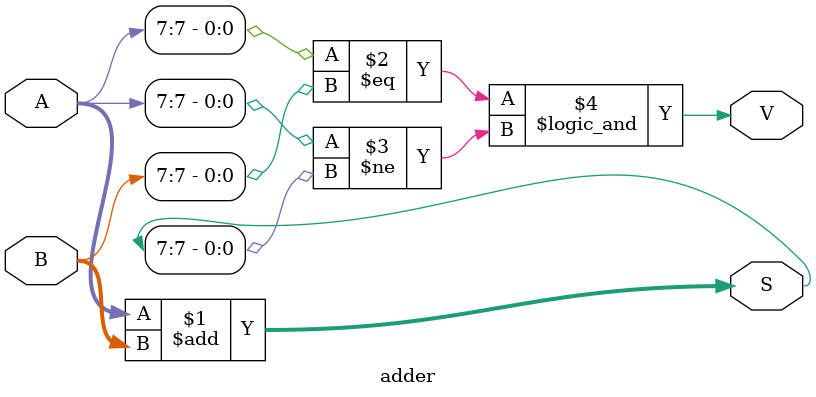
<source format=sv>
module top_module (
	input [7:0] a,
	input [7:0] b,
	output [7:0] s,
	output overflow
);

	// Wire to compute the sum
	wire [8:0] sum;

	// Wire to compute the overflow
	wire v;

	// Instantiate the adder module
	adder adder_inst (
		.A(a),
		.B(b),
		.S(sum),
		.V(v)
	);

	// Assign the sum output
	assign s = sum[7:0];

	// Assign the overflow output
	assign overflow = v;

endmodule
module adder (
	input [7:0] A,
	input [7:0] B,
	output [8:0] S,
	output V
);
	
	// Add the two input numbers
	assign S = A + B;

	// Check for overflow
	assign V = (A[7] == B[7]) && (A[7] != S[7]);

endmodule

</source>
